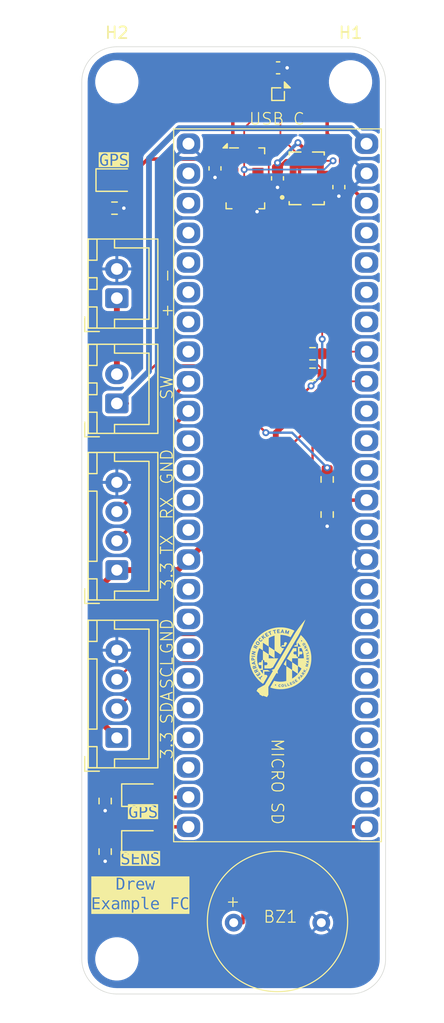
<source format=kicad_pcb>
(kicad_pcb (version 20241229) (generator "pcbnew") (generator_version "9.0")
  (layers (0 "F.Cu" signal) (2 "B.Cu" signal) (13 "F.Paste" user) (15 "B.Paste" user) (5 "F.SilkS" user "F.Silkscreen") (7 "B.SilkS" user "B.Silkscreen") (1 "F.Mask" user) (3 "B.Mask" user) (25 "Edge.Cuts" user))
  (net 0 "")
  (net 1 "GND")
  (net 2 "Net-(BZ1-+)")
  (net 3 "+3.3V")
  (net 4 "Net-(D1-A)")
  (net 5 "Net-(D1-K)")
  (net 6 "Net-(D2-A)")
  (net 7 "Net-(D2-K)")
  (net 8 "Net-(D3-K)")
  (net 9 "/V_BAT")
  (net 10 "Net-(J1-Pin_2)")
  (net 11 "/SCL")
  (net 12 "/SDA")
  (net 13 "/RX")
  (net 14 "/TX")
  (net 15 "Net-(Teensy4.1-A0)")
  (footprint "Resistor_SMD:R_0603_1608Metric" (layer "F.Cu") (at 106.75 65.249999 180)
    (property "Reference" "R1" (hide yes))
    (property "Value" "5k1")
    (pad "1" smd roundrect (at -0.825 0 180) (size 0.8 0.95) (layers "F.Cu" "F.Mask" "F.Paste") (net 11 "/SCL"))
    (pad "2" smd roundrect (at 0.825 0 180) (size 0.8 0.95) (layers "F.Cu" "F.Mask" "F.Paste") (net 3 "+3.3V"))
  )
  (footprint "Resistor_SMD:R_0603_1608Metric" (layer "F.Cu") (at 89 103.5 -90)
    (property "Reference" "R5" (hide yes))
    (property "Value" "560")
    (pad "1" smd roundrect (at -0.825 0 270) (size 0.8 0.95) (layers "F.Cu" "F.Mask" "F.Paste") (net 5 "Net-(D1-K)"))
    (pad "2" smd roundrect (at 0.825 0 270) (size 0.8 0.95) (layers "F.Cu" "F.Mask" "F.Paste") (net 1 "GND"))
  )
  (footprint "Capacitor_SMD:C_0603_1608Metric" (layer "F.Cu") (at 109 51 -90)
    (property "Reference" "C1" (hide yes))
    (property "Value" "100nF")
    (pad "1" smd roundrect (at -0.775 0 270) (size 0.9 0.95) (layers "F.Cu" "F.Mask" "F.Paste") (net 3 "+3.3V"))
    (pad "2" smd roundrect (at 0.775 0 270) (size 0.9 0.95) (layers "F.Cu" "F.Mask" "F.Paste") (net 1 "GND"))
  )
  (footprint "Connector_JST:JST_XH_B2B-XH-A_1x02_P2.50mm_Vertical" (layer "F.Cu") (at 90 60.5 90)
    (property "Reference" "J2" (hide yes))
    (property "Value" "BAT")
    (pad "1" thru_hole roundrect (at 0 0 90) (size 1.7 2) (drill 1) (layers "*.Cu" "*.Mask") (roundrect_rratio 0.147059) (net 10 "Net-(J1-Pin_2)"))
    (pad "2" thru_hole oval (at 2.5 0 90) (size 1.7 2) (drill 1) (layers "*.Cu" "*.Mask") (net 1 "GND"))
  )
  (footprint "Connector_JST:JST_XH_B4B-XH-A_1x04_P2.50mm_Vertical" (layer "F.Cu") (at 90 98.1 90)
    (property "Reference" "J3" (hide yes))
    (property "Value" "I2C")
    (pad "1" thru_hole roundrect (at 0 0 90) (size 1.7 1.95) (drill 0.95) (layers "*.Cu" "*.Mask") (roundrect_rratio 0.147059) (net 3 "+3.3V"))
    (pad "2" thru_hole oval (at 2.5 0 90) (size 1.7 1.95) (drill 0.95) (layers "*.Cu" "*.Mask") (net 12 "/SDA"))
    (pad "3" thru_hole oval (at 5 0 90) (size 1.7 1.95) (drill 0.95) (layers "*.Cu" "*.Mask") (net 11 "/SCL"))
    (pad "4" thru_hole oval (at 7.5 0 90) (size 1.7 1.95) (drill 0.95) (layers "*.Cu" "*.Mask") (net 1 "GND"))
  )
  (footprint "Resistor_SMD:R_0603_1608Metric" (layer "F.Cu") (at 89 107.825 -90)
    (property "Reference" "R6" (hide yes))
    (property "Value" "560")
    (pad "1" smd roundrect (at -0.825 0 270) (size 0.8 0.95) (layers "F.Cu" "F.Mask" "F.Paste") (net 7 "Net-(D2-K)"))
    (pad "2" smd roundrect (at 0.825 0 270) (size 0.8 0.95) (layers "F.Cu" "F.Mask" "F.Paste") (net 1 "GND"))
  )
  (footprint "Connector_JST:JST_XH_B2B-XH-A_1x02_P2.50mm_Vertical" (layer "F.Cu") (at 90 69.5 90)
    (property "Reference" "J1" (hide yes))
    (property "Value" "SW")
    (pad "1" thru_hole roundrect (at 0 0 90) (size 1.7 2) (drill 1) (layers "*.Cu" "*.Mask") (roundrect_rratio 0.147059) (net 9 "/V_BAT"))
    (pad "2" thru_hole oval (at 2.5 0 90) (size 1.7 2) (drill 1) (layers "*.Cu" "*.Mask") (net 10 "Net-(J1-Pin_2)"))
  )
  (footprint "LED_SMD:LED_0805_2012Metric" (layer "F.Cu") (at 92.1 107)
    (property "Reference" "D2" (hide yes))
    (property "Value" "SENS")
    (pad "1" smd roundrect (at -0.9375 0) (size 0.975 1.4) (layers "F.Cu" "F.Mask" "F.Paste") (net 7 "Net-(D2-K)"))
    (pad "2" smd roundrect (at 0.9375 0) (size 0.975 1.4) (layers "F.Cu" "F.Mask" "F.Paste") (net 6 "Net-(D2-A)"))
  )
  (footprint "BMI088:PQFN50P450X300X100-16N" (layer "F.Cu") (at 106.25 50.25 90)
    (property "Reference" "U1" (hide yes))
    (property "Value" "BMI088")
    (pad "1" smd rect (at -1.5 -1.165 90) (size 0.35 0.59) (layers "F.Cu" "F.Mask" "F.Paste"))
    (pad "2" smd rect (at -1 -1.165 90) (size 0.35 0.59) (layers "F.Cu" "F.Mask" "F.Paste") (net 1 "GND"))
    (pad "3" smd rect (at -0.5 -1.165 90) (size 0.35 0.59) (layers "F.Cu" "F.Mask" "F.Paste") (net 3 "+3.3V"))
    (pad "4" smd rect (at 0 -1.164999 90) (size 0.35 0.59) (layers "F.Cu" "F.Mask" "F.Paste") (net 1 "GND"))
    (pad "5" smd rect (at 0.5 -1.165 90) (size 0.35 0.59) (layers "F.Cu" "F.Mask" "F.Paste"))
    (pad "6" smd rect (at 1 -1.165 90) (size 0.35 0.59) (layers "F.Cu" "F.Mask" "F.Paste") (net 1 "GND"))
    (pad "7" smd rect (at 1.5 -1.165 90) (size 0.35 0.59) (layers "F.Cu" "F.Mask" "F.Paste") (net 3 "+3.3V"))
    (pad "8" smd rect (at 1.914999 0 90) (size 0.59 0.35) (layers "F.Cu" "F.Mask" "F.Paste") (net 11 "/SCL"))
    (pad "9" smd rect (at 1.5 1.165 90) (size 0.35 0.59) (layers "F.Cu" "F.Mask" "F.Paste") (net 12 "/SDA"))
    (pad "10" smd rect (at 1 1.165 90) (size 0.35 0.59) (layers "F.Cu" "F.Mask" "F.Paste") (net 1 "GND"))
    (pad "11" smd rect (at 0.5 1.165 90) (size 0.35 0.59) (layers "F.Cu" "F.Mask" "F.Paste") (net 3 "+3.3V"))
    (pad "12" smd rect (at 0 1.164999 90) (size 0.35 0.59) (layers "F.Cu" "F.Mask" "F.Paste"))
    (pad "13" smd rect (at -0.5 1.165 90) (size 0.35 0.59) (layers "F.Cu" "F.Mask" "F.Paste"))
    (pad "14" smd rect (at -1 1.165 90) (size 0.35 0.59) (layers "F.Cu" "F.Mask" "F.Paste"))
    (pad "15" smd rect (at -1.5 1.165 90) (size 0.35 0.59) (layers "F.Cu" "F.Mask" "F.Paste") (net 1 "GND"))
    (pad "16" smd rect (at -1.914999 0 90) (size 0.59 0.35) (layers "F.Cu" "F.Mask" "F.Paste"))
  )
  (footprint "Resistor_SMD:R_0603_1608Metric" (layer "F.Cu") (at 108 79 -90)
    (property "Reference" "R4" (hide yes))
    (property "Value" "100k")
    (pad "1" smd roundrect (at -0.825 0 270) (size 0.8 0.95) (layers "F.Cu" "F.Mask" "F.Paste") (net 15 "Net-(Teensy4.1-A0)"))
    (pad "2" smd roundrect (at 0.825 0 270) (size 0.8 0.95) (layers "F.Cu" "F.Mask" "F.Paste") (net 1 "GND"))
  )
  (footprint "Capacitor_SMD:C_0603_1608Metric" (layer "F.Cu") (at 98.4 49.4 -90)
    (property "Reference" "C3" (hide yes))
    (property "Value" "100nF")
    (pad "1" smd roundrect (at -0.775 0 270) (size 0.9 0.95) (layers "F.Cu" "F.Mask" "F.Paste") (net 3 "+3.3V"))
    (pad "2" smd roundrect (at 0.775 0 270) (size 0.9 0.95) (layers "F.Cu" "F.Mask" "F.Paste") (net 1 "GND"))
  )
  (footprint "STM32-flight-computer:TRT_Logo" (layer "F.Cu") (at 104 91)
    (property "Reference" "G***" (hide yes))
    (property "Value" "LOGO" (hide yes))
  )
  (footprint "LED_SMD:LED_0805_2012Metric" (layer "F.Cu") (at 92.1 103)
    (property "Reference" "D1" (hide yes))
    (property "Value" "GPS")
    (pad "1" smd roundrect (at -0.9375 0) (size 0.975 1.4) (layers "F.Cu" "F.Mask" "F.Paste") (net 5 "Net-(D1-K)"))
    (pad "2" smd roundrect (at 0.9375 0) (size 0.975 1.4) (layers "F.Cu" "F.Mask" "F.Paste") (net 4 "Net-(D1-A)"))
  )
  (footprint "footprint:teensy" (layer "F.Cu") (at 103.75 76.5)
    (property "Reference" "Teensy4.1" (hide yes))
    (property "Value" "~")
    (fp_text user "MICRO SD" (at -0.6 21.59 270) (layer "F.SilkS") (effects (font (thickness 0.1)) (justify left bottom)))
    (fp_text user "USB C" (at -2.5 -30.75 0) (layer "F.SilkS") (effects (font (thickness 0.1)) (justify left bottom)))
    (pad "0" thru_hole roundrect (at -7.62 -26.67) (size 2 1.75) (drill 1.02) (layers "*.Cu" "*.Mask") (roundrect_rratio 0.375))
    (pad "1" thru_hole roundrect (at -7.62 -24.13) (size 2 1.75) (drill 1.02) (layers "*.Cu" "*.Mask") (roundrect_rratio 0.375))
    (pad "2" thru_hole roundrect (at -7.62 -21.59) (size 2 1.75) (drill 1.02) (layers "*.Cu" "*.Mask") (roundrect_rratio 0.375))
    (pad "3" thru_hole roundrect (at -7.62 -19.05) (size 2 1.75) (drill 1.02) (layers "*.Cu" "*.Mask") (roundrect_rratio 0.375))
    (pad "3V" thru_hole roundrect (at -7.62 6.35) (size 2 1.75) (drill 1.02) (layers "*.Cu" "*.Mask") (roundrect_rratio 0.375) (net 3 "+3.3V"))
    (pad "3V1" thru_hole roundrect (at 7.62 -24.13) (size 2 1.75) (drill 1.02) (layers "*.Cu" "*.Mask") (roundrect_rratio 0.375) (net 3 "+3.3V"))
    (pad "4" thru_hole roundrect (at -7.62 -16.51) (size 2 1.75) (drill 1.02) (layers "*.Cu" "*.Mask") (roundrect_rratio 0.375))
    (pad "5" thru_hole roundrect (at -7.62 -13.97) (size 2 1.75) (drill 1.02) (layers "*.Cu" "*.Mask") (roundrect_rratio 0.375))
    (pad "5V" thru_hole roundrect (at 7.62 -29.21) (size 2 1.75) (drill 1.02) (layers "*.Cu" "*.Mask") (roundrect_rratio 0.375) (net 9 "/V_BAT"))
    (pad "6" thru_hole roundrect (at -7.62 -11.43) (size 2 1.75) (drill 1.02) (layers "*.Cu" "*.Mask") (roundrect_rratio 0.375))
    (pad "7" thru_hole roundrect (at -7.62 -8.89) (size 2 1.75) (drill 1.02) (layers "*.Cu" "*.Mask") (roundrect_rratio 0.375) (net 13 "/RX"))
    (pad "8" thru_hole roundrect (at -7.62 -6.35) (size 2 1.75) (drill 1.02) (layers "*.Cu" "*.Mask") (roundrect_rratio 0.375) (net 14 "/TX"))
    (pad "9" thru_hole roundrect (at -7.62 -3.81) (size 2 1.75) (drill 1.02) (layers "*.Cu" "*.Mask") (roundrect_rratio 0.375))
    (pad "10" thru_hole roundrect (at -7.62 -1.27) (size 2 1.75) (drill 1.02) (layers "*.Cu" "*.Mask") (roundrect_rratio 0.375))
    (pad "11" thru_hole roundrect (at -7.62 1.27) (size 2 1.75) (drill 1.02) (layers "*.Cu" "*.Mask") (roundrect_rratio 0.375))
    (pad "12" thru_hole roundrect (at -7.62 3.81) (size 2 1.75) (drill 1.02) (layers "*.Cu" "*.Mask") (roundrect_rratio 0.375))
    (pad "13" thru_hole roundrect (at 7.62 3.81) (size 2 1.75) (drill 1.02) (layers "*.Cu" "*.Mask") (roundrect_rratio 0.375))
    (pad "14" thru_hole roundrect (at 7.62 1.27) (size 2 1.75) (drill 1.02) (layers "*.Cu" "*.Mask") (roundrect_rratio 0.375) (net 15 "Net-(Teensy4.1-A0)"))
    (pad "15" thru_hole roundrect (at 7.62 -1.27) (size 2 1.75) (drill 1.02) (layers "*.Cu" "*.Mask") (roundrect_rratio 0.375))
    (pad "16" thru_hole roundrect (at 7.62 -3.81) (size 2 1.75) (drill 1.02) (layers "*.Cu" "*.Mask") (roundrect_rratio 0.375))
    (pad "17" thru_hole roundrect (at 7.62 -6.35) (size 2 1.75) (drill 1.02) (layers "*.Cu" "*.Mask") (roundrect_rratio 0.375))
    (pad "18" thru_hole roundrect (at 7.62 -8.89) (size 2 1.75) (drill 1.02) (layers "*.Cu" "*.Mask") (roundrect_rratio 0.375) (net 12 "/SDA"))
    (pad "19" thru_hole roundrect (at 7.62 -11.43) (size 2 1.75) (drill 1.02) (layers "*.Cu" "*.Mask") (roundrect_rratio 0.375) (net 11 "/SCL"))
    (pad "20" thru_hole roundrect (at 7.62 -13.97) (size 2 1.75) (drill 1.02) (layers "*.Cu" "*.Mask") (roundrect_rratio 0.375))
    (pad "21" thru_hole roundrect (at 7.62 -16.51) (size 2 1.75) (drill 1.02) (layers "*.Cu" "*.Mask") (roundrect_rratio 0.375))
    (pad "22" thru_hole roundrect (at 7.62 -19.05) (size 2 1.75) (drill 1.02) (layers "*.Cu" "*.Mask") (roundrect_rratio 0.375))
    (pad "23" thru_hole roundrect (at 7.62 -21.59) (size 2 1.75) (drill 1.02) (layers "*.Cu" "*.Mask") (roundrect_rratio 0.375))
    (pad "24" thru_hole roundrect (at -7.62 8.89) (size 2 1.75) (drill 1.02) (layers "*.Cu" "*.Mask") (roundrect_rratio 0.375))
    (pad "25" thru_hole roundrect (at -7.62 11.43) (size 2 1.75) (drill 1.02) (layers "*.Cu" "*.Mask") (roundrect_rratio 0.375))
    (pad "26" thru_hole roundrect (at -7.62 13.97) (size 2 1.75) (drill 1.02) (layers "*.Cu" "*.Mask") (roundrect_rratio 0.375))
    (pad "27" thru_hole roundrect (at -7.62 16.51) (size 2 1.75) (drill 1.02) (layers "*.Cu" "*.Mask") (roundrect_rratio 0.375))
    (pad "28" thru_hole roundrect (at -7.62 19.05) (size 2 1.75) (drill 1.02) (layers "*.Cu" "*.Mask") (roundrect_rratio 0.375))
    (pad "29" thru_hole roundrect (at -7.62 21.59) (size 2 1.75) (drill 1.02) (layers "*.Cu" "*.Mask") (roundrect_rratio 0.375))
    (pad "30" thru_hole roundrect (at -7.62 24.13) (size 2 1.75) (drill 1.02) (layers "*.Cu" "*.Mask") (roundrect_rratio 0.375))
    (pad "31" thru_hole roundrect (at -7.62 26.67) (size 2 1.75) (drill 1.02) (layers "*.Cu" "*.Mask") (roundrect_rratio 0.375) (net 4 "Net-(D1-A)"))
    (pad "32" thru_hole roundrect (at -7.62 29.21) (size 2 1.75) (drill 1.02) (layers "*.Cu" "*.Mask") (roundrect_rratio 0.375) (net 6 "Net-(D2-A)"))
    (pad "33" thru_hole roundrect (at 7.62 29.21) (size 2 1.75) (drill 1.02) (layers "*.Cu" "*.Mask") (roundrect_rratio 0.375) (net 2 "Net-(BZ1-+)"))
    (pad "34" thru_hole roundrect (at 7.62 26.67) (size 2 1.75) (drill 1.02) (layers "*.Cu" "*.Mask") (roundrect_rratio 0.375))
    (pad "35" thru_hole roundrect (at 7.62 24.13) (size 2 1.75) (drill 1.02) (layers "*.Cu" "*.Mask") (roundrect_rratio 0.375))
    (pad "36" thru_hole roundrect (at 7.62 21.59) (size 2 1.75) (drill 1.02) (layers "*.Cu" "*.Mask") (roundrect_rratio 0.375))
    (pad "37" thru_hole roundrect (at 7.62 19.05) (size 2 1.75) (drill 1.02) (layers "*.Cu" "*.Mask") (roundrect_rratio 0.375))
    (pad "38" thru_hole roundrect (at 7.62 16.51) (size 2 1.75) (drill 1.02) (layers "*.Cu" "*.Mask") (roundrect_rratio 0.375))
    (pad "39" thru_hole roundrect (at 7.62 13.97) (size 2 1.75) (drill 1.02) (layers "*.Cu" "*.Mask") (roundrect_rratio 0.375))
    (pad "40" thru_hole roundrect (at 7.62 11.43) (size 2 1.75) (drill 1.02) (layers "*.Cu" "*.Mask") (roundrect_rratio 0.375))
    (pad "41" thru_hole roundrect (at 7.62 8.89) (size 2 1.75) (drill 1.02) (layers "*.Cu" "*.Mask") (roundrect_rratio 0.375))
    (pad "G" thru_hole roundrect (at -7.62 -29.21) (size 2 1.75) (drill 1.02) (layers "*.Cu" "*.Mask") (roundrect_rratio 0.375) (net 1 "GND"))
    (pad "G1" thru_hole roundrect (at 7.62 -26.67) (size 2 1.75) (drill 1.02) (layers "*.Cu" "*.Mask") (roundrect_rratio 0.375) (net 1 "GND"))
    (pad "G2" thru_hole roundrect (at 7.62 6.35) (size 2 1.75) (drill 1.02) (layers "*.Cu" "*.Mask") (roundrect_rratio 0.375) (net 1 "GND"))
  )
  (footprint "MountingHole:MountingHole_3.2mm_M3" (layer "F.Cu") (at 110 42)
    (property "Reference" "H1" (at 0 -4.2 0) (layer "F.SilkS"))
    (property "Value" "MountingHole")
    (pad "" np_thru_hole circle (at 0 0) (size 3.2 3.2) (drill 3.2) (layers "*.Cu" "*.Mask"))
  )
  (footprint "MountingHole:MountingHole_3.2mm_M3" (layer "F.Cu") (at 90 42)
    (property "Reference" "H2" (at 0 -4.2 0) (layer "F.SilkS"))
    (property "Value" "MountingHole")
    (pad "" np_thru_hole circle (at 0 0) (size 3.2 3.2) (drill 3.2) (layers "*.Cu" "*.Mask"))
  )
  (footprint "LED_SMD:LED_0805_2012Metric" (layer "F.Cu") (at 89.9 50.4)
    (property "Reference" "D3" (hide yes))
    (property "Value" "PWR")
    (pad "1" smd roundrect (at -0.9375 0) (size 0.975 1.4) (layers "F.Cu" "F.Mask" "F.Paste") (net 8 "Net-(D3-K)"))
    (pad "2" smd roundrect (at 0.9375 0) (size 0.975 1.4) (layers "F.Cu" "F.Mask" "F.Paste") (net 3 "+3.3V"))
  )
  (footprint "Capacitor_SMD:C_0603_1608Metric" (layer "F.Cu") (at 103.75 50.25 -90)
    (property "Reference" "C2" (hide yes))
    (property "Value" "100nF")
    (pad "1" smd roundrect (at -0.775 0 270) (size 0.9 0.95) (layers "F.Cu" "F.Mask" "F.Paste") (net 3 "+3.3V"))
    (pad "2" smd roundrect (at 0.775 0 270) (size 0.9 0.95) (layers "F.Cu" "F.Mask" "F.Paste") (net 1 "GND"))
  )
  (footprint "Package_BGA:WLP-4_0.86x0.86mm_P0.4mm" (layer "F.Cu") (at 103.8 43.05 -90)
    (property "Reference" "U3" (hide yes))
    (property "Value" "MMC5633NJL")
    (pad "A1" smd circle (at -0.2 -0.2 270) (size 0.25 0.25) (property pad_prop_bga) (layers "F.Cu" "F.Mask" "F.Paste") (net 1 "GND"))
    (pad "A2" smd circle (at 0.2 -0.2 270) (size 0.25 0.25) (property pad_prop_bga) (layers "F.Cu" "F.Mask" "F.Paste") (net 11 "/SCL"))
    (pad "B1" smd circle (at -0.2 0.2 270) (size 0.25 0.25) (property pad_prop_bga) (layers "F.Cu" "F.Mask" "F.Paste") (net 3 "+3.3V"))
    (pad "B2" smd circle (at 0.2 0.2 270) (size 0.25 0.25) (property pad_prop_bga) (layers "F.Cu" "F.Mask" "F.Paste") (net 12 "/SDA"))
  )
  (footprint "MountingHole:MountingHole_3.2mm_M3" (layer "F.Cu") (at 90 117)
    (property "Reference" "H4" (hide yes))
    (property "Value" "MountingHole")
    (pad "" np_thru_hole circle (at 0 0) (size 3.2 3.2) (drill 3.2) (layers "*.Cu" "*.Mask"))
  )
  (footprint "Avionics:Adafruit_Buzzer" (layer "F.Cu") (at 104 113.9)
    (property "Reference" "BZ1" (at 0 -0.5 0) (layer "F.SilkS") (effects (font (thickness 0.1))))
    (property "Value" "Buzzer")
    (fp_text user "+" (at -4.75 -1.25 0) (layer "F.SilkS") (effects (font (thickness 0.1)) (justify left bottom)))
    (pad "1" thru_hole circle (at -4 0) (size 1.524 1.524) (drill 0.762) (layers "*.Cu" "*.Mask") (net 2 "Net-(BZ1-+)"))
    (pad "2" thru_hole circle (at 3.5 0) (size 1.524 1.524) (drill 0.762) (layers "*.Cu" "*.Mask") (net 1 "GND"))
  )
  (footprint "Connector_JST:JST_XH_B4B-XH-A_1x04_P2.50mm_Vertical" (layer "F.Cu") (at 90 83.75 90)
    (property "Reference" "J4" (hide yes))
    (property "Value" "UART")
    (pad "1" thru_hole roundrect (at 0 0 90) (size 1.7 1.95) (drill 0.95) (layers "*.Cu" "*.Mask") (roundrect_rratio 0.147059) (net 3 "+3.3V"))
    (pad "2" thru_hole oval (at 2.5 0 90) (size 1.7 1.95) (drill 0.95) (layers "*.Cu" "*.Mask") (net 14 "/TX"))
    (pad "3" thru_hole oval (at 5 0 90) (size 1.7 1.95) (drill 0.95) (layers "*.Cu" "*.Mask") (net 13 "/RX"))
    (pad "4" thru_hole oval (at 7.5 0 90) (size 1.7 1.95) (drill 0.95) (layers "*.Cu" "*.Mask") (net 1 "GND"))
  )
  (footprint "Resistor_SMD:R_0603_1608Metric" (layer "F.Cu") (at 106.75 67 180)
    (property "Reference" "R2" (hide yes))
    (property "Value" "5k1")
    (pad "1" smd roundrect (at -0.825 0 180) (size 0.8 0.95) (layers "F.Cu" "F.Mask" "F.Paste") (net 12 "/SDA"))
    (pad "2" smd roundrect (at 0.825 0 180) (size 0.8 0.95) (layers "F.Cu" "F.Mask" "F.Paste") (net 3 "+3.3V"))
  )
  (footprint "Package_LGA:LGA-8_3x5mm_P1.25mm" (layer "F.Cu") (at 101 50.25)
    (property "Reference" "U2" (hide yes))
    (property "Value" "MS5611-01BA")
    (pad "1" smd rect (at -1.075 -1.875) (size 0.95 0.55) (layers "F.Cu" "F.Mask" "F.Paste") (net 3 "+3.3V"))
    (pad "2" smd rect (at -1.075 -0.625) (size 0.95 0.55) (layers "F.Cu" "F.Mask" "F.Paste") (net 3 "+3.3V"))
    (pad "3" smd rect (at -1.075 0.625) (size 0.95 0.55) (layers "F.Cu" "F.Mask" "F.Paste") (net 1 "GND"))
    (pad "4" smd rect (at -1.075 1.875) (size 0.95 0.55) (layers "F.Cu" "F.Mask" "F.Paste") (net 1 "GND"))
    (pad "5" smd rect (at 1.075 1.875) (size 0.95 0.55) (layers "F.Cu" "F.Mask" "F.Paste") (net 1 "GND"))
    (pad "6" smd rect (at 1.075 0.625) (size 0.95 0.55) (layers "F.Cu" "F.Mask" "F.Paste"))
    (pad "7" smd rect (at 1.075 -0.625) (size 0.95 0.55) (layers "F.Cu" "F.Mask" "F.Paste") (net 12 "/SDA"))
    (pad "8" smd rect (at 1.075 -1.875) (size 0.95 0.55) (layers "F.Cu" "F.Mask" "F.Paste") (net 11 "/SCL"))
  )
  (footprint "Resistor_SMD:R_0603_1608Metric" (layer "F.Cu") (at 108 76 90)
    (property "Reference" "R3" (hide yes))
    (property "Value" "78k7")
    (pad "1" smd roundrect (at -0.825 0 90) (size 0.8 0.95) (layers "F.Cu" "F.Mask" "F.Paste") (net 15 "Net-(Teensy4.1-A0)"))
    (pad "2" smd roundrect (at 0.825 0 90) (size 0.8 0.95) (layers "F.Cu" "F.Mask" "F.Paste") (net 9 "/V_BAT"))
  )
  (footprint "Resistor_SMD:R_0603_1608Metric" (layer "F.Cu") (at 89.8 52.8)
    (property "Reference" "R7" (hide yes))
    (property "Value" "560")
    (pad "1" smd roundrect (at -0.825 0) (size 0.8 0.95) (layers "F.Cu" "F.Mask" "F.Paste") (net 8 "Net-(D3-K)"))
    (pad "2" smd roundrect (at 0.825 0) (size 0.8 0.95) (layers "F.Cu" "F.Mask" "F.Paste") (net 1 "GND"))
  )
  (footprint "Capacitor_SMD:C_0603_1608Metric" (layer "F.Cu") (at 103.8 40.8)
    (property "Reference" "C4" (hide yes))
    (property "Value" "100nF")
    (pad "1" smd roundrect (at -0.775 0) (size 0.9 0.95) (layers "F.Cu" "F.Mask" "F.Paste") (net 3 "+3.3V"))
    (pad "2" smd roundrect (at 0.775 0) (size 0.9 0.95) (layers "F.Cu" "F.Mask" "F.Paste") (net 1 "GND"))
  )
  (gr_arc (start 113 117) (mid 112.12132 119.12132) (end 110 120) (stroke (width 0.05)) (layer "Edge.Cuts"))
  (gr_line (start 113 42) (end 113 117) (stroke (width 0.05)) (layer "Edge.Cuts"))
  (gr_arc (start 90 120) (mid 87.87868 119.12132) (end 87 117) (stroke (width 0.05)) (layer "Edge.Cuts"))
  (gr_line (start 110 120) (end 90 120) (stroke (width 0.05)) (layer "Edge.Cuts"))
  (gr_arc (start 110 39) (mid 112.12132 39.87868) (end 113 42) (stroke (width 0.05)) (layer "Edge.Cuts"))
  (gr_arc (start 87 42) (mid 87.87868 39.87868) (end 90 39) (stroke (width 0.05)) (layer "Edge.Cuts"))
  (gr_line (start 90 39) (end 110 39) (stroke (width 0.05)) (layer "Edge.Cuts"))
  (gr_line (start 87 117) (end 87 42) (stroke (width 0.05)) (layer "Edge.Cuts"))
  (gr_text "SDA" (at 94.86 97 90) (layer "F.SilkS") (effects (font (size 1 1) (thickness 0.1)) (justify left bottom)))
  (gr_text "GPS" (at 92.25 104.5 0) (layer "F.SilkS" knockout) (effects (font (size 1 1) (thickness 0.1))))
  (gr_text "SENS" (at 92 108.5 0) (layer "F.SilkS" knockout) (effects (font (size 1 1) (thickness 0.1))))
  (gr_text "GND" (at 94.86 91 90) (layer "F.SilkS") (effects (font (size 1 1) (thickness 0.1)) (justify left bottom)))
  (gr_text "SCL" (at 94.86 94 90) (layer "F.SilkS") (effects (font (size 1 1) (thickness 0.1)) (justify left bottom)))
  (gr_text "3.3" (at 94.86 85.5 90) (layer "F.SilkS") (effects (font (size 1 1) (thickness 0.1)) (justify left bottom)))
  (gr_text "RX" (at 94.86 79.5 90) (layer "F.SilkS") (effects (font (size 1 1) (thickness 0.1)) (justify left bottom)))
  (gr_text "3.3" (at 94.86 100 90) (layer "F.SilkS") (effects (font (size 1 1) (thickness 0.1)) (justify left bottom)))
  (gr_text "-" (at 94.86 59.25 90) (layer "F.SilkS") (effects (font (size 1 1) (thickness 0.1)) (justify left bottom)))
  (gr_text "+" (at 94.86 62.25 90) (layer "F.SilkS") (effects (font (size 1 1) (thickness 0.1)) (justify left bottom)))
  (gr_text "Drew \nExample FC" (at 92 111.5 0) (layer "F.SilkS" knockout) (effects (font (size 1 1) (thickness 0.1))))
  (gr_text "GND" (at 94.86 76.5 90) (layer "F.SilkS") (effects (font (size 1 1) (thickness 0.1)) (justify left bottom)))
  (gr_text "TX" (at 94.86 82.5 90) (layer "F.SilkS") (effects (font (size 1 1) (thickness 0.1)) (justify left bottom)))
  (gr_text "SW" (at 94.86 69.25 90) (layer "F.SilkS") (effects (font (size 1 1) (thickness 0.1)) (justify left bottom)))
  (gr_text "GPS" (at 89.75 48.75 0) (layer "F.SilkS" knockout) (effects (font (size 1 1) (thickness 0.1))))
  (segment (start 105.631 50.176) (end 105.557 50.25) (width 0.3) (layer "F.Cu") (net 1))
  (segment (start 108.975 51.75) (end 109 51.775) (width 0.3) (layer "F.Cu") (net 1))
  (segment (start 99.925 50.875) (end 99.925 52.125) (width 0.3) (layer "F.Cu") (net 1))
  (segment (start 105.631 49.324) (end 105.631 50.176) (width 0.3) (layer "F.Cu") (net 1))
  (segment (start 105.557 50.25) (end 105.085001 50.25) (width 0.3) (layer "F.Cu") (net 1))
  (segment (start 107.415 49.25) (end 105.085 49.25) (width 0.3) (layer "F.Cu") (net 1))
  (segment (start 107.415 51.75) (end 108.975 51.75) (width 0.3) (layer "F.Cu") (net 1))
  (segment (start 105.557 51.25) (end 105.085 51.25) (width 0.3) (layer "F.Cu") (net 1))
  (segment (start 105.557 49.25) (end 105.631 49.324) (width 0.3) (layer "F.Cu") (net 1))
  (segment (start 105.085 49.25) (end 105.557 49.25) (width 0.3) (layer "F.Cu") (net 1))
  (segment (start 104.575 42.275) (end 104.575 40.8) (width 0.15) (layer "F.Cu") (net 1))
  (segment (start 105.631 50.176) (end 105.631 51.176) (width 0.3) (layer "F.Cu") (net 1))
  (segment (start 102.075 52.125) (end 102.075 53.025) (width 0.3) (layer "F.Cu") (net 1))
  (segment (start 99.225 50.175) (end 99.925 50.875) (width 0.3) (layer "F.Cu") (net 1))
  (segment (start 90.625 52.8) (end 90.6 52.8) (width 0.3) (layer "F.Cu") (net 1))
  (segment (start 102.075 53.025) (end 102 53.1) (width 0.3) (layer "F.Cu") (net 1))
  (segment (start 104 42.85) (end 104.575 42.275) (width 0.15) (layer "F.Cu") (net 1))
  (segment (start 108 79.825) (end 108 80) (width 0.3) (layer "F.Cu") (net 1))
  (segment (start 105.085 51.25) (end 103.975 51.25) (width 0.3) (layer "F.Cu") (net 1))
  (segment (start 105.631 51.176) (end 105.557 51.25) (width 0.3) (layer "F.Cu") (net 1))
  (segment (start 98.4 50.175) (end 99.225 50.175) (width 0.3) (layer "F.Cu") (net 1))
  (segment (start 103.975 51.25) (end 103.75 51.025) (width 0.3) (layer "F.Cu") (net 1))
  (via (at 102 53.1) (size 0.6) (drill 0.3) (layers "F.Cu" "B.Cu") (net 1))
  (via (at 89 108.65) (size 0.6) (drill 0.3) (layers "F.Cu" "B.Cu") (net 1))
  (via (at 98.4 50.175) (size 0.6) (drill 0.3) (layers "F.Cu" "B.Cu") (net 1))
  (via (at 108 80) (size 0.6) (drill 0.3) (layers "F.Cu" "B.Cu") (net 1))
  (via (at 90.6 52.8) (size 0.6) (drill 0.3) (layers "F.Cu" "B.Cu") (net 1))
  (via (at 109 51.775) (size 0.6) (drill 0.3) (layers "F.Cu" "B.Cu") (net 1))
  (via (at 104.575 40.8) (size 0.6) (drill 0.3) (layers "F.Cu" "B.Cu") (net 1))
  (via (at 103.75 51.025) (size 0.6) (drill 0.3) (layers "F.Cu" "B.Cu") (net 1))
  (via (at 89 104.325) (size 0.6) (drill 0.3) (layers "F.Cu" "B.Cu") (net 1))
  (segment (start 100.8 113.2) (end 100.8 113.9) (width 0.3) (layer "F.Cu") (net 2))
  (segment (start 111.37 105.71) (end 108.29 105.71) (width 0.3) (layer "F.Cu") (net 2))
  (segment (start 108.29 105.71) (end 100.8 113.2) (width 0.3) (layer "F.Cu") (net 2))
  (segment (start 103.279178 40.8) (end 103 40.8) (width 0.3) (layer "F.Cu") (net 3))
  (segment (start 92.6335 48.604) (end 90.8375 50.4) (width 0.3) (layer "F.Cu") (net 3))
  (segment (start 88 85.75) (end 90 83.75) (width 0.5) (layer "F.Cu") (net 3))
  (segment (start 104.576 50.576) (end 104.576 50.555178) (width 0.3) (layer "F.Cu") (net 3))
  (segment (start 95.23 83.75) (end 96.13 82.85) (width 0.5) (layer "F.Cu") (net 3))
  (segment (start 98.4 48.625) (end 98.379 48.604) (width 0.3) (layer "F.Cu") (net 3))
  (segment (start 90 83.75) (end 95.23 83.75) (width 0.5) (layer "F.Cu") (net 3))
  (segment (start 105.925 67) (end 105.925 65.249999) (width 0.5) (layer "F.Cu") (net 3))
  (segment (start 108 46.449) (end 108 44.9) (width 0.3) (layer "F.Cu") (net 3))
  (segment (start 109.151 50.074) (end 109.151 47.6) (width 0.3) (layer "F.Cu") (net 3))
  (segment (start 104.52212 71.07788) (end 103.6 72) (width 0.5) (layer "F.Cu") (net 3))
  (segment (start 104.105178 39.974) (end 103.279178 40.8) (width 0.3) (layer "F.Cu") (net 3))
  (segment (start 108.75 49.75) (end 111.37 52.37) (width 0.3) (layer "F.Cu") (net 3))
  (segment (start 103.025 40.8) (end 103.025 42.275) (width 0.15) (layer "F.Cu") (net 3))
  (segment (start 105.9 47.6) (end 105.5 47.2) (width 0.3) (layer "F.Cu") (net 3))
  (segment (start 105.925 67) (end 104.52212 68.40288) (width 0.5) (layer "F.Cu") (net 3))
  (segment (start 109.151 47.6) (end 108 46.449) (width 0.3) (layer "F.Cu") (net 3))
  (segment (start 105.044822 39.974) (end 104.105178 39.974) (width 0.3) (layer "F.Cu") (net 3))
  (segment (start 98.65 48.375) (end 98.4 48.625) (width 0.3) (layer "F.Cu") (net 3))
  (segment (start 103.75 49.729178) (end 103.75 49.475) (width 0.3) (layer "F.Cu") (net 3))
  (segment (start 103.75 49.475) (end 104.475 48.75) (width 0.3) (layer "F.Cu") (net 3))
  (segment (start 103.6 75.38) (end 96.13 82.85) (width 0.5) (layer "F.Cu") (net 3))
  (segment (start 109.151 47.6) (end 105.9 47.6) (width 0.3) (layer "F.Cu") (net 3))
  (segment (start 109 50.225) (end 109.151 50.074) (width 0.3) (layer "F.Cu") (net 3))
  (segment (start 104.52212 68.40288) (end 104.52212 71.07788) (width 0.5) (layer "F.Cu") (net 3))
  (segment (start 105.9 40.829178) (end 105.044822 39.974) (width 0.3) (layer "F.Cu") (net 3))
  (segment (start 103.025 42.275) (end 103.6 42.85) (width 0.15) (layer "F.Cu") (net 3))
  (segment (start 105.9 42.8) (end 105.9 40.829178) (width 0.3) (layer "F.Cu") (net 3))
  (segment (start 103.6 72) (end 103.6 75.38) (width 0.5) (layer "F.Cu") (net 3))
  (segment (start 103 40.8) (end 99.925 43.875) (width 0.3) (layer "F.Cu") (net 3))
  (segment (start 90 98.1) (end 88 96.1) (width 0.5) (layer "F.Cu") (net 3))
  (segment (start 99.925 43.875) (end 99.925 48.375) (width 0.3) (layer "F.Cu") (net 3))
  (segment (start 107.415 49.75) (end 108.75 49.75) (width 0.3) (layer "F.Cu") (net 3))
  (segment (start 104.576 50.555178) (end 103.75 49.729178) (width 0.3) (layer "F.Cu") (net 3))
  (segment (start 98.379 48.604) (end 92.6335 48.604) (width 0.3) (layer "F.Cu") (net 3))
  (segment (start 105.085 50.75) (end 104.75 50.75) (width 0.3) (layer "F.Cu") (net 3))
  (segment (start 104.475 48.75) (end 105.085 48.75) (width 0.3) (layer "F.Cu") (net 3))
  (segment (start 104.75 50.75) (end 104.576 50.576) (width 0.3) (layer "F.Cu") (net 3))
  (segment (start 99.925 48.375) (end 98.65 48.375) (width 0.3) (layer "F.Cu") (net 3))
  (segment (start 88 96.1) (end 88 85.75) (width 0.5) (layer "F.Cu") (net 3))
  (segment (start 99.925 48.375) (end 99.925 49.625) (width 0.3) (layer "F.Cu") (net 3))
  (segment (start 108 44.9) (end 105.9 42.8) (width 0.3) (layer "F.Cu") (net 3))
  (via (at 105.5 47.2) (size 0.6) (drill 0.3) (layers "F.Cu" "B.Cu") (net 3))
  (via (at 103.75 48.925) (size 0.6) (drill 0.3) (layers "F.Cu" "B.Cu") (net 3))
  (segment (start 105.475 47.2) (end 103.75 48.925) (width 0.3) (layer "B.Cu") (net 3))
  (segment (start 105.5 47.2) (end 105.475 47.2) (width 0.3) (layer "B.Cu") (net 3))
  (segment (start 96.13 103.17) (end 93.2075 103.17) (width 0.3) (layer "F.Cu") (net 4))
  (segment (start 93.2075 103.17) (end 93.0375 103) (width 0.3) (layer "F.Cu") (net 4))
  (segment (start 89.325 103) (end 89 102.675) (width 0.3) (layer "F.Cu") (net 5))
  (segment (start 91.1625 103) (end 89.325 103) (width 0.3) (layer "F.Cu") (net 5))
  (segment (start 93.3275 105.71) (end 93.0375 106) (width 0.3) (layer "F.Cu") (net 6))
  (segment (start 96.13 105.71) (end 93.3275 105.71) (width 0.3) (layer "F.Cu") (net 6))
  (segment (start 93.0375 106) (end 93.0375 107) (width 0.3) (layer "F.Cu") (net 6))
  (segment (start 91.1625 107) (end 89 107) (width 0.3) (layer "F.Cu") (net 7))
  (segment (start 88.9625 52.7875) (end 88.975 52.8) (width 0.3) (layer "F.Cu") (net 8))
  (segment (start 88.9625 50.4) (end 88.9625 52.7875) (width 0.3) (layer "F.Cu") (net 8))
  (segment (start 90 69.5) (end 90.784968 69.5) (width 0.5) (layer "F.Cu") (net 9))
  (segment (start 108 75.175) (end 108 75) (width 0.2) (layer "F.Cu") (net 9))
  (segment (start 93.25 66.25) (end 90 69.5) (width 0.2) (layer "F.Cu") (net 9))
  (segment (start 97 66.25) (end 93.25 66.25) (width 0.2) (layer "F.Cu") (net 9))
  (segment (start 102.75 72) (end 97 66.25) (width 0.2) (layer "F.Cu") (net 9))
  (via (at 108 75) (size 0.6) (drill 0.3) (layers "F.Cu" "B.Cu") (net 9))
  (via (at 102.75 72) (size 0.6) (drill 0.3) (layers "F.Cu" "B.Cu") (net 9))
  (segment (start 90 69.5) (end 92.75 66.75) (width 0.5) (layer "B.Cu") (net 9))
  (segment (start 92.75 66.75) (end 92.75 48.54161) (width 0.5) (layer "B.Cu") (net 9))
  (segment (start 95.32761 45.964) (end 110.044 45.964) (width 0.5) (layer "B.Cu") (net 9))
  (segment (start 92.75 48.54161) (end 95.32761 45.964) (width 0.5) (layer "B.Cu") (net 9))
  (segment (start 108 75) (end 105 72) (width 0.2) (layer "B.Cu") (net 9))
  (segment (start 110.044 45.964) (end 111.37 47.29) (width 0.5) (layer "B.Cu") (net 9))
  (segment (start 105 72) (end 102.75 72) (width 0.2) (layer "B.Cu") (net 9))
  (segment (start 90 60.5) (end 90 67) (width 0.5) (layer "F.Cu") (net 10))
  (segment (start 111.37 65.07) (end 107.754999 65.07) (width 0.15) (layer "F.Cu") (net 11))
  (segment (start 102.325 48.375) (end 104 46.7) (width 0.15) (layer "F.Cu") (net 11))
  (segment (start 105 73) (end 105.75 72.25) (width 0.2) (layer "F.Cu") (net 11))
  (segment (start 96.956 89.294) (end 105 81.25) (width 0.2) (layer "F.Cu") (net 11))
  (segment (start 105 81.25) (end 105 73) (width 0.2) (layer "F.Cu") (net 11))
  (segment (start 105.75 68.874) (end 106.624 68) (width 0.2) (layer "F.Cu") (net 11))
  (segment (start 107.575 64) (end 107.575 62.575) (width 0.15) (layer "F.Cu") (net 11))
  (segment (start 107.754999 65.07) (end 107.575 65.249999) (width 0.15) (layer "F.Cu") (net 11))
  (segment (start 106.25 48.335001) (end 105.635001 48.335001) (width 0.15) (layer "F.Cu") (net 11))
  (segment (start 107.575 62.575) (end 103 58) (width 0.15) (layer "F.Cu") (net 11))
  (segment (start 105.75 72.25) (end 105.75 68.874) (width 0.2) (layer "F.Cu") (net 11))
  (segment (start 104 43.25) (end 104 46.7) (width 0.15) (layer "F.Cu") (net 11))
  (segment (start 107.575 65.249999) (end 107.575 64) (width 0.15) (layer "F.Cu") (net 11))
  (segment (start 93.806 89.294) (end 96.956 89.294) (width 0.2) (layer "F.Cu") (net 11))
  (segment (start 105.635001 48.335001) (end 104 46.7) (width 0.15) (layer "F.Cu") (net 11))
  (segment (start 90 93.1) (end 93.806 89.294) (width 0.2) (layer "F.Cu") (net 11))
  (segment (start 102.375 48.375) (end 102.075 48.375) (width 0.15) (layer "F.Cu") (net 11))
  (segment (start 103 58) (end 103 49) (width 0.15) (layer "F.Cu") (net 11))
  (segment (start 102.075 48.375) (end 102.325 48.375) (width 0.15) (layer "F.Cu") (net 11))
  (segment (start 103 49) (end 102.375 48.375) (width 0.15) (layer "F.Cu") (net 11))
  (via (at 107.575 64) (size 0.6) (drill 0.3) (layers "F.Cu" "B.Cu") (net 11))
  (via (at 106.624 68) (size 0.6) (drill 0.3) (layers "F.Cu" "B.Cu") (net 11))
  (segment (start 106.624 68) (end 107.575 67.049) (width 0.2) (layer "B.Cu") (net 11))
  (segment (start 107.575 67.049) (end 107.575 64) (width 0.2) (layer "B.Cu") (net 11))
  (segment (start 106.7 64.7) (end 106.7 65.7) (width 0.15) (layer "F.Cu") (net 12))
  (segment (start 100.900002 58.900002) (end 106.7 64.7) (width 0.15) (layer "F.Cu") (net 12))
  (segment (start 106.75 81.766258) (end 106.75 68.75) (width 0.2) (layer "F.Cu") (net 12))
  (segment (start 111.37 67.61) (end 108.185 67.61) (width 0.15) (layer "F.Cu") (net 12))
  (segment (start 100.900002 49.5) (end 101.95 49.5) (width 0.15) (layer "F.Cu") (net 12))
  (segment (start 106.75 68.75) (end 107.575 67.925) (width 0.2) (layer "F.Cu") (net 12))
  (segment (start 93.954 91.646) (end 96.870258 91.646) (width 0.2) (layer "F.Cu") (net 12))
  (segment (start 103.6 43.25) (end 100.900002 45.949998) (width 0.15) (layer "F.Cu") (net 12))
  (segment (start 108.5 48.75) (end 107.415 48.75) (width 0.15) (layer "F.Cu") (net 12))
  (segment (start 106.7 65.7) (end 107.575 66.575) (width 0.15) (layer "F.Cu") (net 12))
  (segment (start 108.185 67.61) (end 107.575 67) (width 0.15) (layer "F.Cu") (net 12))
  (segment (start 96.870258 91.646) (end 106.75 81.766258) (width 0.2) (layer "F.Cu") (net 12))
  (segment (start 100.900002 49.5) (end 100.900002 58.900002) (width 0.15) (layer "F.Cu") (net 12))
  (segment (start 90 95.6) (end 93.954 91.646) (width 0.2) (layer "F.Cu") (net 12))
  (segment (start 107.575 66.575) (end 107.575 67) (width 0.15) (layer "F.Cu") (net 12))
  (segment (start 107.575 67.925) (end 107.575 67) (width 0.2) (layer "F.Cu") (net 12))
  (segment (start 100.900002 45.949998) (end 100.900002 49.5) (width 0.15) (layer "F.Cu") (net 12))
  (segment (start 101.95 49.5) (end 102.075 49.625) (width 0.15) (layer "F.Cu") (net 12))
  (via (at 100.900002 49.5) (size 0.6) (drill 0.3) (layers "F.Cu" "B.Cu") (net 12))
  (via (at 108.5 48.75) (size 0.6) (drill 0.3) (layers "F.Cu" "B.Cu") (net 12))
  (segment (start 107.75 49.5) (end 108.5 48.75) (width 0.15) (layer "B.Cu") (net 12))
  (segment (start 100.900002 49.5) (end 107.75 49.5) (width 0.15) (layer "B.Cu") (net 12))
  (segment (start 92.8 75.95) (end 90 78.75) (width 0.3) (layer "F.Cu") (net 13))
  (segment (start 92.8 70.94) (end 92.8 75.95) (width 0.3) (layer "F.Cu") (net 13))
  (segment (start 96.13 67.61) (end 92.8 70.94) (width 0.3) (layer "F.Cu") (net 13))
  (segment (start 94 72.28) (end 94 77.25) (width 0.3) (layer "F.Cu") (net 14))
  (segment (start 94 77.25) (end 90 81.25) (width 0.3) (layer "F.Cu") (net 14))
  (segment (start 96.13 70.15) (end 94 72.28) (width 0.3) (layer "F.Cu") (net 14))
  (segment (start 108 77.77) (end 108 78.175) (width 0.3) (layer "F.Cu") (net 15))
  (segment (start 111.37 77.77) (end 108 77.77) (width 0.3) (layer "F.Cu") (net 15))
  (segment (start 108 76.825) (end 108 78.175) (width 0.3) (layer "F.Cu") (net 15))
  (zone (net 1) (net_name "GND") (layer "B.Cu") (connect_pads (clearance 0.25)) (min_thickness 0.2) (fill yes (thermal_gap 0.25) (thermal_bridge_width 0.25))
    (polygon (pts (xy 118 35) (xy 80 35) (xy 80 122.5) (xy 118 122.5)))
  )
)
</source>
